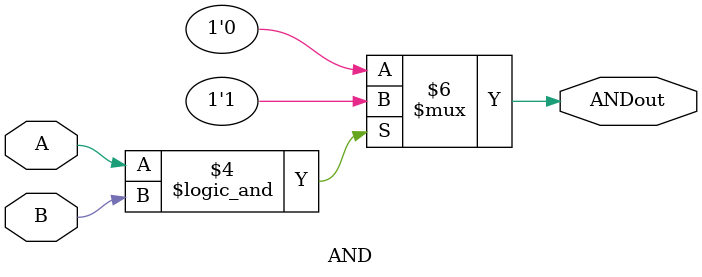
<source format=v>
`timescale 1ns/1ps

module AND(A, B, ANDout);
  input A, B;
  output reg ANDout;

  always @*
    begin
      if (A == 1 && B == 1)
        ANDout <= 1;
      else 
        ANDout <= 0;
    end
endmodule
      
  
</source>
